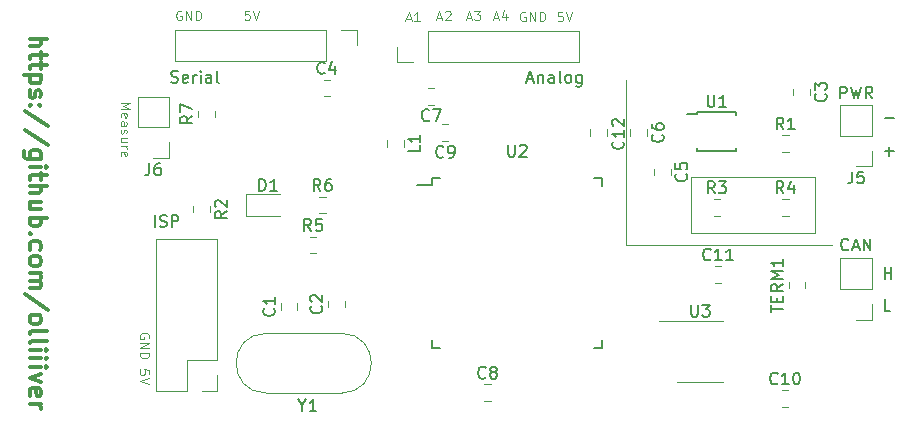
<source format=gbr>
G04 #@! TF.GenerationSoftware,KiCad,Pcbnew,(5.1.5-0-10_14)*
G04 #@! TF.CreationDate,2020-05-10T22:12:37+02:00*
G04 #@! TF.ProjectId,sensor,73656e73-6f72-42e6-9b69-6361645f7063,rev?*
G04 #@! TF.SameCoordinates,Original*
G04 #@! TF.FileFunction,Legend,Top*
G04 #@! TF.FilePolarity,Positive*
%FSLAX46Y46*%
G04 Gerber Fmt 4.6, Leading zero omitted, Abs format (unit mm)*
G04 Created by KiCad (PCBNEW (5.1.5-0-10_14)) date 2020-05-10 22:12:37*
%MOMM*%
%LPD*%
G04 APERTURE LIST*
%ADD10C,0.120000*%
%ADD11C,0.300000*%
%ADD12C,0.100000*%
%ADD13C,0.150000*%
G04 APERTURE END LIST*
D10*
X89500000Y-37000000D02*
X89500000Y-37500000D01*
X89500000Y-51000000D02*
X89500000Y-37000000D01*
X107000000Y-51000000D02*
X89500000Y-51000000D01*
D11*
X39021428Y-33528571D02*
X40521428Y-33528571D01*
X39021428Y-34171428D02*
X39807142Y-34171428D01*
X39950000Y-34100000D01*
X40021428Y-33957142D01*
X40021428Y-33742857D01*
X39950000Y-33600000D01*
X39878571Y-33528571D01*
X40021428Y-34671428D02*
X40021428Y-35242857D01*
X40521428Y-34885714D02*
X39235714Y-34885714D01*
X39092857Y-34957142D01*
X39021428Y-35100000D01*
X39021428Y-35242857D01*
X40021428Y-35528571D02*
X40021428Y-36100000D01*
X40521428Y-35742857D02*
X39235714Y-35742857D01*
X39092857Y-35814285D01*
X39021428Y-35957142D01*
X39021428Y-36100000D01*
X40021428Y-36600000D02*
X38521428Y-36600000D01*
X39950000Y-36600000D02*
X40021428Y-36742857D01*
X40021428Y-37028571D01*
X39950000Y-37171428D01*
X39878571Y-37242857D01*
X39735714Y-37314285D01*
X39307142Y-37314285D01*
X39164285Y-37242857D01*
X39092857Y-37171428D01*
X39021428Y-37028571D01*
X39021428Y-36742857D01*
X39092857Y-36600000D01*
X39092857Y-37885714D02*
X39021428Y-38028571D01*
X39021428Y-38314285D01*
X39092857Y-38457142D01*
X39235714Y-38528571D01*
X39307142Y-38528571D01*
X39450000Y-38457142D01*
X39521428Y-38314285D01*
X39521428Y-38100000D01*
X39592857Y-37957142D01*
X39735714Y-37885714D01*
X39807142Y-37885714D01*
X39950000Y-37957142D01*
X40021428Y-38100000D01*
X40021428Y-38314285D01*
X39950000Y-38457142D01*
X39164285Y-39171428D02*
X39092857Y-39242857D01*
X39021428Y-39171428D01*
X39092857Y-39100000D01*
X39164285Y-39171428D01*
X39021428Y-39171428D01*
X39950000Y-39171428D02*
X39878571Y-39242857D01*
X39807142Y-39171428D01*
X39878571Y-39100000D01*
X39950000Y-39171428D01*
X39807142Y-39171428D01*
X40592857Y-40957142D02*
X38664285Y-39671428D01*
X40592857Y-42528571D02*
X38664285Y-41242857D01*
X40021428Y-43671428D02*
X38807142Y-43671428D01*
X38664285Y-43600000D01*
X38592857Y-43528571D01*
X38521428Y-43385714D01*
X38521428Y-43171428D01*
X38592857Y-43028571D01*
X39092857Y-43671428D02*
X39021428Y-43528571D01*
X39021428Y-43242857D01*
X39092857Y-43100000D01*
X39164285Y-43028571D01*
X39307142Y-42957142D01*
X39735714Y-42957142D01*
X39878571Y-43028571D01*
X39950000Y-43100000D01*
X40021428Y-43242857D01*
X40021428Y-43528571D01*
X39950000Y-43671428D01*
X39021428Y-44385714D02*
X40021428Y-44385714D01*
X40521428Y-44385714D02*
X40450000Y-44314285D01*
X40378571Y-44385714D01*
X40450000Y-44457142D01*
X40521428Y-44385714D01*
X40378571Y-44385714D01*
X40021428Y-44885714D02*
X40021428Y-45457142D01*
X40521428Y-45099999D02*
X39235714Y-45099999D01*
X39092857Y-45171428D01*
X39021428Y-45314285D01*
X39021428Y-45457142D01*
X39021428Y-45957142D02*
X40521428Y-45957142D01*
X39021428Y-46599999D02*
X39807142Y-46599999D01*
X39950000Y-46528571D01*
X40021428Y-46385714D01*
X40021428Y-46171428D01*
X39950000Y-46028571D01*
X39878571Y-45957142D01*
X40021428Y-47957142D02*
X39021428Y-47957142D01*
X40021428Y-47314285D02*
X39235714Y-47314285D01*
X39092857Y-47385714D01*
X39021428Y-47528571D01*
X39021428Y-47742857D01*
X39092857Y-47885714D01*
X39164285Y-47957142D01*
X39021428Y-48671428D02*
X40521428Y-48671428D01*
X39950000Y-48671428D02*
X40021428Y-48814285D01*
X40021428Y-49099999D01*
X39950000Y-49242857D01*
X39878571Y-49314285D01*
X39735714Y-49385714D01*
X39307142Y-49385714D01*
X39164285Y-49314285D01*
X39092857Y-49242857D01*
X39021428Y-49099999D01*
X39021428Y-48814285D01*
X39092857Y-48671428D01*
X39164285Y-50028571D02*
X39092857Y-50099999D01*
X39021428Y-50028571D01*
X39092857Y-49957142D01*
X39164285Y-50028571D01*
X39021428Y-50028571D01*
X39092857Y-51385714D02*
X39021428Y-51242857D01*
X39021428Y-50957142D01*
X39092857Y-50814285D01*
X39164285Y-50742857D01*
X39307142Y-50671428D01*
X39735714Y-50671428D01*
X39878571Y-50742857D01*
X39950000Y-50814285D01*
X40021428Y-50957142D01*
X40021428Y-51242857D01*
X39950000Y-51385714D01*
X39021428Y-52242857D02*
X39092857Y-52099999D01*
X39164285Y-52028571D01*
X39307142Y-51957142D01*
X39735714Y-51957142D01*
X39878571Y-52028571D01*
X39950000Y-52099999D01*
X40021428Y-52242857D01*
X40021428Y-52457142D01*
X39950000Y-52599999D01*
X39878571Y-52671428D01*
X39735714Y-52742857D01*
X39307142Y-52742857D01*
X39164285Y-52671428D01*
X39092857Y-52599999D01*
X39021428Y-52457142D01*
X39021428Y-52242857D01*
X39021428Y-53385714D02*
X40021428Y-53385714D01*
X39878571Y-53385714D02*
X39950000Y-53457142D01*
X40021428Y-53599999D01*
X40021428Y-53814285D01*
X39950000Y-53957142D01*
X39807142Y-54028571D01*
X39021428Y-54028571D01*
X39807142Y-54028571D02*
X39950000Y-54099999D01*
X40021428Y-54242857D01*
X40021428Y-54457142D01*
X39950000Y-54599999D01*
X39807142Y-54671428D01*
X39021428Y-54671428D01*
X40592857Y-56457142D02*
X38664285Y-55171428D01*
X39021428Y-57171428D02*
X39092857Y-57028571D01*
X39164285Y-56957142D01*
X39307142Y-56885714D01*
X39735714Y-56885714D01*
X39878571Y-56957142D01*
X39950000Y-57028571D01*
X40021428Y-57171428D01*
X40021428Y-57385714D01*
X39950000Y-57528571D01*
X39878571Y-57599999D01*
X39735714Y-57671428D01*
X39307142Y-57671428D01*
X39164285Y-57599999D01*
X39092857Y-57528571D01*
X39021428Y-57385714D01*
X39021428Y-57171428D01*
X39021428Y-58528571D02*
X39092857Y-58385714D01*
X39235714Y-58314285D01*
X40521428Y-58314285D01*
X39021428Y-59314285D02*
X39092857Y-59171428D01*
X39235714Y-59100000D01*
X40521428Y-59100000D01*
X39021428Y-59885714D02*
X40021428Y-59885714D01*
X40521428Y-59885714D02*
X40450000Y-59814285D01*
X40378571Y-59885714D01*
X40450000Y-59957142D01*
X40521428Y-59885714D01*
X40378571Y-59885714D01*
X39021428Y-60600000D02*
X40021428Y-60600000D01*
X40521428Y-60600000D02*
X40450000Y-60528571D01*
X40378571Y-60600000D01*
X40450000Y-60671428D01*
X40521428Y-60600000D01*
X40378571Y-60600000D01*
X39021428Y-61314285D02*
X40021428Y-61314285D01*
X40521428Y-61314285D02*
X40450000Y-61242857D01*
X40378571Y-61314285D01*
X40450000Y-61385714D01*
X40521428Y-61314285D01*
X40378571Y-61314285D01*
X40021428Y-61885714D02*
X39021428Y-62242857D01*
X40021428Y-62599999D01*
X39092857Y-63742857D02*
X39021428Y-63599999D01*
X39021428Y-63314285D01*
X39092857Y-63171428D01*
X39235714Y-63099999D01*
X39807142Y-63099999D01*
X39950000Y-63171428D01*
X40021428Y-63314285D01*
X40021428Y-63599999D01*
X39950000Y-63742857D01*
X39807142Y-63814285D01*
X39664285Y-63814285D01*
X39521428Y-63099999D01*
X39021428Y-64457142D02*
X40021428Y-64457142D01*
X39735714Y-64457142D02*
X39878571Y-64528571D01*
X39950000Y-64599999D01*
X40021428Y-64742857D01*
X40021428Y-64885714D01*
D12*
X49138095Y-61947619D02*
X49138095Y-61566666D01*
X48757142Y-61528571D01*
X48795238Y-61566666D01*
X48833333Y-61642857D01*
X48833333Y-61833333D01*
X48795238Y-61909523D01*
X48757142Y-61947619D01*
X48680952Y-61985714D01*
X48490476Y-61985714D01*
X48414285Y-61947619D01*
X48376190Y-61909523D01*
X48338095Y-61833333D01*
X48338095Y-61642857D01*
X48376190Y-61566666D01*
X48414285Y-61528571D01*
X49138095Y-62214285D02*
X48338095Y-62480952D01*
X49138095Y-62747619D01*
X49100000Y-58890476D02*
X49138095Y-58814285D01*
X49138095Y-58700000D01*
X49100000Y-58585714D01*
X49023809Y-58509523D01*
X48947619Y-58471428D01*
X48795238Y-58433333D01*
X48680952Y-58433333D01*
X48528571Y-58471428D01*
X48452380Y-58509523D01*
X48376190Y-58585714D01*
X48338095Y-58700000D01*
X48338095Y-58776190D01*
X48376190Y-58890476D01*
X48414285Y-58928571D01*
X48680952Y-58928571D01*
X48680952Y-58776190D01*
X48338095Y-59271428D02*
X49138095Y-59271428D01*
X48338095Y-59728571D01*
X49138095Y-59728571D01*
X48338095Y-60109523D02*
X49138095Y-60109523D01*
X49138095Y-60300000D01*
X49100000Y-60414285D01*
X49023809Y-60490476D01*
X48947619Y-60528571D01*
X48795238Y-60566666D01*
X48680952Y-60566666D01*
X48528571Y-60528571D01*
X48452380Y-60490476D01*
X48376190Y-60414285D01*
X48338095Y-60300000D01*
X48338095Y-60109523D01*
X46738095Y-38952380D02*
X47538095Y-38952380D01*
X46966666Y-39219047D01*
X47538095Y-39485714D01*
X46738095Y-39485714D01*
X46776190Y-40171428D02*
X46738095Y-40095238D01*
X46738095Y-39942857D01*
X46776190Y-39866666D01*
X46852380Y-39828571D01*
X47157142Y-39828571D01*
X47233333Y-39866666D01*
X47271428Y-39942857D01*
X47271428Y-40095238D01*
X47233333Y-40171428D01*
X47157142Y-40209523D01*
X47080952Y-40209523D01*
X47004761Y-39828571D01*
X46738095Y-40895238D02*
X47157142Y-40895238D01*
X47233333Y-40857142D01*
X47271428Y-40780952D01*
X47271428Y-40628571D01*
X47233333Y-40552380D01*
X46776190Y-40895238D02*
X46738095Y-40819047D01*
X46738095Y-40628571D01*
X46776190Y-40552380D01*
X46852380Y-40514285D01*
X46928571Y-40514285D01*
X47004761Y-40552380D01*
X47042857Y-40628571D01*
X47042857Y-40819047D01*
X47080952Y-40895238D01*
X46776190Y-41238095D02*
X46738095Y-41314285D01*
X46738095Y-41466666D01*
X46776190Y-41542857D01*
X46852380Y-41580952D01*
X46890476Y-41580952D01*
X46966666Y-41542857D01*
X47004761Y-41466666D01*
X47004761Y-41352380D01*
X47042857Y-41276190D01*
X47119047Y-41238095D01*
X47157142Y-41238095D01*
X47233333Y-41276190D01*
X47271428Y-41352380D01*
X47271428Y-41466666D01*
X47233333Y-41542857D01*
X47271428Y-42266666D02*
X46738095Y-42266666D01*
X47271428Y-41923809D02*
X46852380Y-41923809D01*
X46776190Y-41961904D01*
X46738095Y-42038095D01*
X46738095Y-42152380D01*
X46776190Y-42228571D01*
X46814285Y-42266666D01*
X46738095Y-42647619D02*
X47271428Y-42647619D01*
X47119047Y-42647619D02*
X47195238Y-42685714D01*
X47233333Y-42723809D01*
X47271428Y-42800000D01*
X47271428Y-42876190D01*
X46776190Y-43447619D02*
X46738095Y-43371428D01*
X46738095Y-43219047D01*
X46776190Y-43142857D01*
X46852380Y-43104761D01*
X47157142Y-43104761D01*
X47233333Y-43142857D01*
X47271428Y-43219047D01*
X47271428Y-43371428D01*
X47233333Y-43447619D01*
X47157142Y-43485714D01*
X47080952Y-43485714D01*
X47004761Y-43104761D01*
X78328571Y-31733333D02*
X78709523Y-31733333D01*
X78252380Y-31961904D02*
X78519047Y-31161904D01*
X78785714Y-31961904D01*
X79395238Y-31428571D02*
X79395238Y-31961904D01*
X79204761Y-31123809D02*
X79014285Y-31695238D01*
X79509523Y-31695238D01*
X76028571Y-31733333D02*
X76409523Y-31733333D01*
X75952380Y-31961904D02*
X76219047Y-31161904D01*
X76485714Y-31961904D01*
X76676190Y-31161904D02*
X77171428Y-31161904D01*
X76904761Y-31466666D01*
X77019047Y-31466666D01*
X77095238Y-31504761D01*
X77133333Y-31542857D01*
X77171428Y-31619047D01*
X77171428Y-31809523D01*
X77133333Y-31885714D01*
X77095238Y-31923809D01*
X77019047Y-31961904D01*
X76790476Y-31961904D01*
X76714285Y-31923809D01*
X76676190Y-31885714D01*
X73528571Y-31733333D02*
X73909523Y-31733333D01*
X73452380Y-31961904D02*
X73719047Y-31161904D01*
X73985714Y-31961904D01*
X74214285Y-31238095D02*
X74252380Y-31200000D01*
X74328571Y-31161904D01*
X74519047Y-31161904D01*
X74595238Y-31200000D01*
X74633333Y-31238095D01*
X74671428Y-31314285D01*
X74671428Y-31390476D01*
X74633333Y-31504761D01*
X74176190Y-31961904D01*
X74671428Y-31961904D01*
X70928571Y-31833333D02*
X71309523Y-31833333D01*
X70852380Y-32061904D02*
X71119047Y-31261904D01*
X71385714Y-32061904D01*
X72071428Y-32061904D02*
X71614285Y-32061904D01*
X71842857Y-32061904D02*
X71842857Y-31261904D01*
X71766666Y-31376190D01*
X71690476Y-31452380D01*
X71614285Y-31490476D01*
X80990476Y-31300000D02*
X80914285Y-31261904D01*
X80800000Y-31261904D01*
X80685714Y-31300000D01*
X80609523Y-31376190D01*
X80571428Y-31452380D01*
X80533333Y-31604761D01*
X80533333Y-31719047D01*
X80571428Y-31871428D01*
X80609523Y-31947619D01*
X80685714Y-32023809D01*
X80800000Y-32061904D01*
X80876190Y-32061904D01*
X80990476Y-32023809D01*
X81028571Y-31985714D01*
X81028571Y-31719047D01*
X80876190Y-31719047D01*
X81371428Y-32061904D02*
X81371428Y-31261904D01*
X81828571Y-32061904D01*
X81828571Y-31261904D01*
X82209523Y-32061904D02*
X82209523Y-31261904D01*
X82400000Y-31261904D01*
X82514285Y-31300000D01*
X82590476Y-31376190D01*
X82628571Y-31452380D01*
X82666666Y-31604761D01*
X82666666Y-31719047D01*
X82628571Y-31871428D01*
X82590476Y-31947619D01*
X82514285Y-32023809D01*
X82400000Y-32061904D01*
X82209523Y-32061904D01*
X84147619Y-31261904D02*
X83766666Y-31261904D01*
X83728571Y-31642857D01*
X83766666Y-31604761D01*
X83842857Y-31566666D01*
X84033333Y-31566666D01*
X84109523Y-31604761D01*
X84147619Y-31642857D01*
X84185714Y-31719047D01*
X84185714Y-31909523D01*
X84147619Y-31985714D01*
X84109523Y-32023809D01*
X84033333Y-32061904D01*
X83842857Y-32061904D01*
X83766666Y-32023809D01*
X83728571Y-31985714D01*
X84414285Y-31261904D02*
X84680952Y-32061904D01*
X84947619Y-31261904D01*
X57647619Y-31161904D02*
X57266666Y-31161904D01*
X57228571Y-31542857D01*
X57266666Y-31504761D01*
X57342857Y-31466666D01*
X57533333Y-31466666D01*
X57609523Y-31504761D01*
X57647619Y-31542857D01*
X57685714Y-31619047D01*
X57685714Y-31809523D01*
X57647619Y-31885714D01*
X57609523Y-31923809D01*
X57533333Y-31961904D01*
X57342857Y-31961904D01*
X57266666Y-31923809D01*
X57228571Y-31885714D01*
X57914285Y-31161904D02*
X58180952Y-31961904D01*
X58447619Y-31161904D01*
X51890476Y-31200000D02*
X51814285Y-31161904D01*
X51700000Y-31161904D01*
X51585714Y-31200000D01*
X51509523Y-31276190D01*
X51471428Y-31352380D01*
X51433333Y-31504761D01*
X51433333Y-31619047D01*
X51471428Y-31771428D01*
X51509523Y-31847619D01*
X51585714Y-31923809D01*
X51700000Y-31961904D01*
X51776190Y-31961904D01*
X51890476Y-31923809D01*
X51928571Y-31885714D01*
X51928571Y-31619047D01*
X51776190Y-31619047D01*
X52271428Y-31961904D02*
X52271428Y-31161904D01*
X52728571Y-31961904D01*
X52728571Y-31161904D01*
X53109523Y-31961904D02*
X53109523Y-31161904D01*
X53300000Y-31161904D01*
X53414285Y-31200000D01*
X53490476Y-31276190D01*
X53528571Y-31352380D01*
X53566666Y-31504761D01*
X53566666Y-31619047D01*
X53528571Y-31771428D01*
X53490476Y-31847619D01*
X53414285Y-31923809D01*
X53300000Y-31961904D01*
X53109523Y-31961904D01*
D10*
X105500000Y-50000000D02*
X105500000Y-45250000D01*
X95000000Y-50000000D02*
X105500000Y-50000000D01*
X95000000Y-45250000D02*
X95000000Y-50000000D01*
X105500000Y-45250000D02*
X95000000Y-45250000D01*
D13*
X111909523Y-56552380D02*
X111433333Y-56552380D01*
X111433333Y-55552380D01*
X111414285Y-53852380D02*
X111414285Y-52852380D01*
X111414285Y-53328571D02*
X111985714Y-53328571D01*
X111985714Y-53852380D02*
X111985714Y-52852380D01*
X111419047Y-40271428D02*
X112180952Y-40271428D01*
X111419047Y-43071428D02*
X112180952Y-43071428D01*
X111800000Y-43452380D02*
X111800000Y-42690476D01*
D10*
X87910000Y-41736252D02*
X87910000Y-41213748D01*
X86490000Y-41736252D02*
X86490000Y-41213748D01*
X54710000Y-40161252D02*
X54710000Y-39638748D01*
X53290000Y-40161252D02*
X53290000Y-39638748D01*
X50830000Y-43630000D02*
X49500000Y-43630000D01*
X50830000Y-42300000D02*
X50830000Y-43630000D01*
X50830000Y-41030000D02*
X48170000Y-41030000D01*
X48170000Y-41030000D02*
X48170000Y-38430000D01*
X50830000Y-41030000D02*
X50830000Y-38430000D01*
X50830000Y-38430000D02*
X48170000Y-38430000D01*
X65440000Y-63525000D02*
G75*
G03X65440000Y-58475000I0J2525000D01*
G01*
X59040000Y-63525000D02*
G75*
G02X59040000Y-58475000I0J2525000D01*
G01*
X59040000Y-63525000D02*
X65440000Y-63525000D01*
X59040000Y-58475000D02*
X65440000Y-58475000D01*
D13*
X73125000Y-45900000D02*
X71850000Y-45900000D01*
X87475000Y-45325000D02*
X86800000Y-45325000D01*
X87475000Y-59675000D02*
X86800000Y-59675000D01*
X73125000Y-59675000D02*
X73800000Y-59675000D01*
X73125000Y-45325000D02*
X73800000Y-45325000D01*
X73125000Y-59675000D02*
X73125000Y-59000000D01*
X87475000Y-59675000D02*
X87475000Y-59000000D01*
X87475000Y-45325000D02*
X87475000Y-46000000D01*
X73125000Y-45325000D02*
X73125000Y-45900000D01*
D10*
X95800000Y-57440000D02*
X92350000Y-57440000D01*
X95800000Y-57440000D02*
X97750000Y-57440000D01*
X95800000Y-62560000D02*
X93850000Y-62560000D01*
X95800000Y-62560000D02*
X97750000Y-62560000D01*
D13*
X95575000Y-39900000D02*
X94650000Y-39900000D01*
X95575000Y-43025000D02*
X98825000Y-43025000D01*
X95575000Y-39775000D02*
X98825000Y-39775000D01*
X95575000Y-43025000D02*
X95575000Y-42810000D01*
X98825000Y-43025000D02*
X98825000Y-42810000D01*
X98825000Y-39775000D02*
X98825000Y-39990000D01*
X95575000Y-39775000D02*
X95575000Y-39900000D01*
D10*
X104710000Y-54661252D02*
X104710000Y-54138748D01*
X103290000Y-54661252D02*
X103290000Y-54138748D01*
X63563748Y-48310000D02*
X64086252Y-48310000D01*
X63563748Y-46890000D02*
X64086252Y-46890000D01*
X62763748Y-51710000D02*
X63286252Y-51710000D01*
X62763748Y-50290000D02*
X63286252Y-50290000D01*
X102763748Y-48510000D02*
X103286252Y-48510000D01*
X102763748Y-47090000D02*
X103286252Y-47090000D01*
X96938748Y-48510000D02*
X97461252Y-48510000D01*
X96938748Y-47090000D02*
X97461252Y-47090000D01*
X52890000Y-47713748D02*
X52890000Y-48236252D01*
X54310000Y-47713748D02*
X54310000Y-48236252D01*
X102763748Y-43110000D02*
X103286252Y-43110000D01*
X102763748Y-41690000D02*
X103286252Y-41690000D01*
X69290000Y-42138748D02*
X69290000Y-42661252D01*
X70710000Y-42138748D02*
X70710000Y-42661252D01*
X110330000Y-44330000D02*
X109000000Y-44330000D01*
X110330000Y-43000000D02*
X110330000Y-44330000D01*
X110330000Y-41730000D02*
X107670000Y-41730000D01*
X107670000Y-41730000D02*
X107670000Y-39130000D01*
X110330000Y-41730000D02*
X110330000Y-39130000D01*
X110330000Y-39130000D02*
X107670000Y-39130000D01*
X110330000Y-57330000D02*
X109000000Y-57330000D01*
X110330000Y-56000000D02*
X110330000Y-57330000D01*
X110330000Y-54730000D02*
X107670000Y-54730000D01*
X107670000Y-54730000D02*
X107670000Y-52130000D01*
X110330000Y-54730000D02*
X110330000Y-52130000D01*
X110330000Y-52130000D02*
X107670000Y-52130000D01*
X70170000Y-35530000D02*
X70170000Y-34200000D01*
X71500000Y-35530000D02*
X70170000Y-35530000D01*
X72770000Y-35530000D02*
X72770000Y-32870000D01*
X72770000Y-32870000D02*
X85530000Y-32870000D01*
X72770000Y-35530000D02*
X85530000Y-35530000D01*
X85530000Y-35530000D02*
X85530000Y-32870000D01*
X54930000Y-63330000D02*
X53600000Y-63330000D01*
X54930000Y-62000000D02*
X54930000Y-63330000D01*
X52330000Y-63330000D02*
X49730000Y-63330000D01*
X52330000Y-60730000D02*
X52330000Y-63330000D01*
X54930000Y-60730000D02*
X52330000Y-60730000D01*
X49730000Y-63330000D02*
X49730000Y-50510000D01*
X54930000Y-60730000D02*
X54930000Y-50510000D01*
X54930000Y-50510000D02*
X49730000Y-50510000D01*
X66730000Y-32770000D02*
X66730000Y-34100000D01*
X65400000Y-32770000D02*
X66730000Y-32770000D01*
X64130000Y-32770000D02*
X64130000Y-35430000D01*
X64130000Y-35430000D02*
X51370000Y-35430000D01*
X64130000Y-32770000D02*
X51370000Y-32770000D01*
X51370000Y-32770000D02*
X51370000Y-35430000D01*
X57340000Y-48560000D02*
X60200000Y-48560000D01*
X57340000Y-46640000D02*
X57340000Y-48560000D01*
X60200000Y-46640000D02*
X57340000Y-46640000D01*
X97063748Y-54210000D02*
X97586252Y-54210000D01*
X97063748Y-52790000D02*
X97586252Y-52790000D01*
X102738748Y-64710000D02*
X103261252Y-64710000D01*
X102738748Y-63290000D02*
X103261252Y-63290000D01*
X74486252Y-40790000D02*
X73963748Y-40790000D01*
X74486252Y-42210000D02*
X73963748Y-42210000D01*
X77538748Y-64210000D02*
X78061252Y-64210000D01*
X77538748Y-62790000D02*
X78061252Y-62790000D01*
X73286252Y-37690000D02*
X72763748Y-37690000D01*
X73286252Y-39110000D02*
X72763748Y-39110000D01*
X89890000Y-41213748D02*
X89890000Y-41736252D01*
X91310000Y-41213748D02*
X91310000Y-41736252D01*
X91890000Y-44538748D02*
X91890000Y-45061252D01*
X93310000Y-44538748D02*
X93310000Y-45061252D01*
X63913748Y-38410000D02*
X64436252Y-38410000D01*
X63913748Y-36990000D02*
X64436252Y-36990000D01*
X103690000Y-37763748D02*
X103690000Y-38286252D01*
X105110000Y-37763748D02*
X105110000Y-38286252D01*
X65710000Y-56261252D02*
X65710000Y-55738748D01*
X64290000Y-56261252D02*
X64290000Y-55738748D01*
X61710000Y-56461252D02*
X61710000Y-55938748D01*
X60290000Y-56461252D02*
X60290000Y-55938748D01*
D13*
X89257142Y-42242857D02*
X89304761Y-42290476D01*
X89352380Y-42433333D01*
X89352380Y-42528571D01*
X89304761Y-42671428D01*
X89209523Y-42766666D01*
X89114285Y-42814285D01*
X88923809Y-42861904D01*
X88780952Y-42861904D01*
X88590476Y-42814285D01*
X88495238Y-42766666D01*
X88400000Y-42671428D01*
X88352380Y-42528571D01*
X88352380Y-42433333D01*
X88400000Y-42290476D01*
X88447619Y-42242857D01*
X89352380Y-41290476D02*
X89352380Y-41861904D01*
X89352380Y-41576190D02*
X88352380Y-41576190D01*
X88495238Y-41671428D01*
X88590476Y-41766666D01*
X88638095Y-41861904D01*
X88447619Y-40909523D02*
X88400000Y-40861904D01*
X88352380Y-40766666D01*
X88352380Y-40528571D01*
X88400000Y-40433333D01*
X88447619Y-40385714D01*
X88542857Y-40338095D01*
X88638095Y-40338095D01*
X88780952Y-40385714D01*
X89352380Y-40957142D01*
X89352380Y-40338095D01*
X52802380Y-40066666D02*
X52326190Y-40400000D01*
X52802380Y-40638095D02*
X51802380Y-40638095D01*
X51802380Y-40257142D01*
X51850000Y-40161904D01*
X51897619Y-40114285D01*
X51992857Y-40066666D01*
X52135714Y-40066666D01*
X52230952Y-40114285D01*
X52278571Y-40161904D01*
X52326190Y-40257142D01*
X52326190Y-40638095D01*
X51802380Y-39733333D02*
X51802380Y-39066666D01*
X52802380Y-39495238D01*
X49166666Y-44082380D02*
X49166666Y-44796666D01*
X49119047Y-44939523D01*
X49023809Y-45034761D01*
X48880952Y-45082380D01*
X48785714Y-45082380D01*
X50071428Y-44082380D02*
X49880952Y-44082380D01*
X49785714Y-44130000D01*
X49738095Y-44177619D01*
X49642857Y-44320476D01*
X49595238Y-44510952D01*
X49595238Y-44891904D01*
X49642857Y-44987142D01*
X49690476Y-45034761D01*
X49785714Y-45082380D01*
X49976190Y-45082380D01*
X50071428Y-45034761D01*
X50119047Y-44987142D01*
X50166666Y-44891904D01*
X50166666Y-44653809D01*
X50119047Y-44558571D01*
X50071428Y-44510952D01*
X49976190Y-44463333D01*
X49785714Y-44463333D01*
X49690476Y-44510952D01*
X49642857Y-44558571D01*
X49595238Y-44653809D01*
X62123809Y-64576190D02*
X62123809Y-65052380D01*
X61790476Y-64052380D02*
X62123809Y-64576190D01*
X62457142Y-64052380D01*
X63314285Y-65052380D02*
X62742857Y-65052380D01*
X63028571Y-65052380D02*
X63028571Y-64052380D01*
X62933333Y-64195238D01*
X62838095Y-64290476D01*
X62742857Y-64338095D01*
X79538095Y-42502380D02*
X79538095Y-43311904D01*
X79585714Y-43407142D01*
X79633333Y-43454761D01*
X79728571Y-43502380D01*
X79919047Y-43502380D01*
X80014285Y-43454761D01*
X80061904Y-43407142D01*
X80109523Y-43311904D01*
X80109523Y-42502380D01*
X80538095Y-42597619D02*
X80585714Y-42550000D01*
X80680952Y-42502380D01*
X80919047Y-42502380D01*
X81014285Y-42550000D01*
X81061904Y-42597619D01*
X81109523Y-42692857D01*
X81109523Y-42788095D01*
X81061904Y-42930952D01*
X80490476Y-43502380D01*
X81109523Y-43502380D01*
X95038095Y-56052380D02*
X95038095Y-56861904D01*
X95085714Y-56957142D01*
X95133333Y-57004761D01*
X95228571Y-57052380D01*
X95419047Y-57052380D01*
X95514285Y-57004761D01*
X95561904Y-56957142D01*
X95609523Y-56861904D01*
X95609523Y-56052380D01*
X95990476Y-56052380D02*
X96609523Y-56052380D01*
X96276190Y-56433333D01*
X96419047Y-56433333D01*
X96514285Y-56480952D01*
X96561904Y-56528571D01*
X96609523Y-56623809D01*
X96609523Y-56861904D01*
X96561904Y-56957142D01*
X96514285Y-57004761D01*
X96419047Y-57052380D01*
X96133333Y-57052380D01*
X96038095Y-57004761D01*
X95990476Y-56957142D01*
X96438095Y-38302380D02*
X96438095Y-39111904D01*
X96485714Y-39207142D01*
X96533333Y-39254761D01*
X96628571Y-39302380D01*
X96819047Y-39302380D01*
X96914285Y-39254761D01*
X96961904Y-39207142D01*
X97009523Y-39111904D01*
X97009523Y-38302380D01*
X98009523Y-39302380D02*
X97438095Y-39302380D01*
X97723809Y-39302380D02*
X97723809Y-38302380D01*
X97628571Y-38445238D01*
X97533333Y-38540476D01*
X97438095Y-38588095D01*
X101802380Y-56685714D02*
X101802380Y-56114285D01*
X102802380Y-56400000D02*
X101802380Y-56400000D01*
X102278571Y-55780952D02*
X102278571Y-55447619D01*
X102802380Y-55304761D02*
X102802380Y-55780952D01*
X101802380Y-55780952D01*
X101802380Y-55304761D01*
X102802380Y-54304761D02*
X102326190Y-54638095D01*
X102802380Y-54876190D02*
X101802380Y-54876190D01*
X101802380Y-54495238D01*
X101850000Y-54400000D01*
X101897619Y-54352380D01*
X101992857Y-54304761D01*
X102135714Y-54304761D01*
X102230952Y-54352380D01*
X102278571Y-54400000D01*
X102326190Y-54495238D01*
X102326190Y-54876190D01*
X102802380Y-53876190D02*
X101802380Y-53876190D01*
X102516666Y-53542857D01*
X101802380Y-53209523D01*
X102802380Y-53209523D01*
X102802380Y-52209523D02*
X102802380Y-52780952D01*
X102802380Y-52495238D02*
X101802380Y-52495238D01*
X101945238Y-52590476D01*
X102040476Y-52685714D01*
X102088095Y-52780952D01*
X63658333Y-46402380D02*
X63325000Y-45926190D01*
X63086904Y-46402380D02*
X63086904Y-45402380D01*
X63467857Y-45402380D01*
X63563095Y-45450000D01*
X63610714Y-45497619D01*
X63658333Y-45592857D01*
X63658333Y-45735714D01*
X63610714Y-45830952D01*
X63563095Y-45878571D01*
X63467857Y-45926190D01*
X63086904Y-45926190D01*
X64515476Y-45402380D02*
X64325000Y-45402380D01*
X64229761Y-45450000D01*
X64182142Y-45497619D01*
X64086904Y-45640476D01*
X64039285Y-45830952D01*
X64039285Y-46211904D01*
X64086904Y-46307142D01*
X64134523Y-46354761D01*
X64229761Y-46402380D01*
X64420238Y-46402380D01*
X64515476Y-46354761D01*
X64563095Y-46307142D01*
X64610714Y-46211904D01*
X64610714Y-45973809D01*
X64563095Y-45878571D01*
X64515476Y-45830952D01*
X64420238Y-45783333D01*
X64229761Y-45783333D01*
X64134523Y-45830952D01*
X64086904Y-45878571D01*
X64039285Y-45973809D01*
X62858333Y-49802380D02*
X62525000Y-49326190D01*
X62286904Y-49802380D02*
X62286904Y-48802380D01*
X62667857Y-48802380D01*
X62763095Y-48850000D01*
X62810714Y-48897619D01*
X62858333Y-48992857D01*
X62858333Y-49135714D01*
X62810714Y-49230952D01*
X62763095Y-49278571D01*
X62667857Y-49326190D01*
X62286904Y-49326190D01*
X63763095Y-48802380D02*
X63286904Y-48802380D01*
X63239285Y-49278571D01*
X63286904Y-49230952D01*
X63382142Y-49183333D01*
X63620238Y-49183333D01*
X63715476Y-49230952D01*
X63763095Y-49278571D01*
X63810714Y-49373809D01*
X63810714Y-49611904D01*
X63763095Y-49707142D01*
X63715476Y-49754761D01*
X63620238Y-49802380D01*
X63382142Y-49802380D01*
X63286904Y-49754761D01*
X63239285Y-49707142D01*
X102858333Y-46602380D02*
X102525000Y-46126190D01*
X102286904Y-46602380D02*
X102286904Y-45602380D01*
X102667857Y-45602380D01*
X102763095Y-45650000D01*
X102810714Y-45697619D01*
X102858333Y-45792857D01*
X102858333Y-45935714D01*
X102810714Y-46030952D01*
X102763095Y-46078571D01*
X102667857Y-46126190D01*
X102286904Y-46126190D01*
X103715476Y-45935714D02*
X103715476Y-46602380D01*
X103477380Y-45554761D02*
X103239285Y-46269047D01*
X103858333Y-46269047D01*
X97033333Y-46602380D02*
X96700000Y-46126190D01*
X96461904Y-46602380D02*
X96461904Y-45602380D01*
X96842857Y-45602380D01*
X96938095Y-45650000D01*
X96985714Y-45697619D01*
X97033333Y-45792857D01*
X97033333Y-45935714D01*
X96985714Y-46030952D01*
X96938095Y-46078571D01*
X96842857Y-46126190D01*
X96461904Y-46126190D01*
X97366666Y-45602380D02*
X97985714Y-45602380D01*
X97652380Y-45983333D01*
X97795238Y-45983333D01*
X97890476Y-46030952D01*
X97938095Y-46078571D01*
X97985714Y-46173809D01*
X97985714Y-46411904D01*
X97938095Y-46507142D01*
X97890476Y-46554761D01*
X97795238Y-46602380D01*
X97509523Y-46602380D01*
X97414285Y-46554761D01*
X97366666Y-46507142D01*
X55702380Y-48141666D02*
X55226190Y-48475000D01*
X55702380Y-48713095D02*
X54702380Y-48713095D01*
X54702380Y-48332142D01*
X54750000Y-48236904D01*
X54797619Y-48189285D01*
X54892857Y-48141666D01*
X55035714Y-48141666D01*
X55130952Y-48189285D01*
X55178571Y-48236904D01*
X55226190Y-48332142D01*
X55226190Y-48713095D01*
X54797619Y-47760714D02*
X54750000Y-47713095D01*
X54702380Y-47617857D01*
X54702380Y-47379761D01*
X54750000Y-47284523D01*
X54797619Y-47236904D01*
X54892857Y-47189285D01*
X54988095Y-47189285D01*
X55130952Y-47236904D01*
X55702380Y-47808333D01*
X55702380Y-47189285D01*
X102858333Y-41202380D02*
X102525000Y-40726190D01*
X102286904Y-41202380D02*
X102286904Y-40202380D01*
X102667857Y-40202380D01*
X102763095Y-40250000D01*
X102810714Y-40297619D01*
X102858333Y-40392857D01*
X102858333Y-40535714D01*
X102810714Y-40630952D01*
X102763095Y-40678571D01*
X102667857Y-40726190D01*
X102286904Y-40726190D01*
X103810714Y-41202380D02*
X103239285Y-41202380D01*
X103525000Y-41202380D02*
X103525000Y-40202380D01*
X103429761Y-40345238D01*
X103334523Y-40440476D01*
X103239285Y-40488095D01*
X72102380Y-42566666D02*
X72102380Y-43042857D01*
X71102380Y-43042857D01*
X72102380Y-41709523D02*
X72102380Y-42280952D01*
X72102380Y-41995238D02*
X71102380Y-41995238D01*
X71245238Y-42090476D01*
X71340476Y-42185714D01*
X71388095Y-42280952D01*
X108666666Y-44782380D02*
X108666666Y-45496666D01*
X108619047Y-45639523D01*
X108523809Y-45734761D01*
X108380952Y-45782380D01*
X108285714Y-45782380D01*
X109619047Y-44782380D02*
X109142857Y-44782380D01*
X109095238Y-45258571D01*
X109142857Y-45210952D01*
X109238095Y-45163333D01*
X109476190Y-45163333D01*
X109571428Y-45210952D01*
X109619047Y-45258571D01*
X109666666Y-45353809D01*
X109666666Y-45591904D01*
X109619047Y-45687142D01*
X109571428Y-45734761D01*
X109476190Y-45782380D01*
X109238095Y-45782380D01*
X109142857Y-45734761D01*
X109095238Y-45687142D01*
X107666666Y-38582380D02*
X107666666Y-37582380D01*
X108047619Y-37582380D01*
X108142857Y-37630000D01*
X108190476Y-37677619D01*
X108238095Y-37772857D01*
X108238095Y-37915714D01*
X108190476Y-38010952D01*
X108142857Y-38058571D01*
X108047619Y-38106190D01*
X107666666Y-38106190D01*
X108571428Y-37582380D02*
X108809523Y-38582380D01*
X109000000Y-37868095D01*
X109190476Y-38582380D01*
X109428571Y-37582380D01*
X110380952Y-38582380D02*
X110047619Y-38106190D01*
X109809523Y-38582380D02*
X109809523Y-37582380D01*
X110190476Y-37582380D01*
X110285714Y-37630000D01*
X110333333Y-37677619D01*
X110380952Y-37772857D01*
X110380952Y-37915714D01*
X110333333Y-38010952D01*
X110285714Y-38058571D01*
X110190476Y-38106190D01*
X109809523Y-38106190D01*
X108357142Y-51357142D02*
X108309523Y-51404761D01*
X108166666Y-51452380D01*
X108071428Y-51452380D01*
X107928571Y-51404761D01*
X107833333Y-51309523D01*
X107785714Y-51214285D01*
X107738095Y-51023809D01*
X107738095Y-50880952D01*
X107785714Y-50690476D01*
X107833333Y-50595238D01*
X107928571Y-50500000D01*
X108071428Y-50452380D01*
X108166666Y-50452380D01*
X108309523Y-50500000D01*
X108357142Y-50547619D01*
X108738095Y-51166666D02*
X109214285Y-51166666D01*
X108642857Y-51452380D02*
X108976190Y-50452380D01*
X109309523Y-51452380D01*
X109642857Y-51452380D02*
X109642857Y-50452380D01*
X110214285Y-51452380D01*
X110214285Y-50452380D01*
X81190476Y-36966666D02*
X81666666Y-36966666D01*
X81095238Y-37252380D02*
X81428571Y-36252380D01*
X81761904Y-37252380D01*
X82095238Y-36585714D02*
X82095238Y-37252380D01*
X82095238Y-36680952D02*
X82142857Y-36633333D01*
X82238095Y-36585714D01*
X82380952Y-36585714D01*
X82476190Y-36633333D01*
X82523809Y-36728571D01*
X82523809Y-37252380D01*
X83428571Y-37252380D02*
X83428571Y-36728571D01*
X83380952Y-36633333D01*
X83285714Y-36585714D01*
X83095238Y-36585714D01*
X83000000Y-36633333D01*
X83428571Y-37204761D02*
X83333333Y-37252380D01*
X83095238Y-37252380D01*
X83000000Y-37204761D01*
X82952380Y-37109523D01*
X82952380Y-37014285D01*
X83000000Y-36919047D01*
X83095238Y-36871428D01*
X83333333Y-36871428D01*
X83428571Y-36823809D01*
X84047619Y-37252380D02*
X83952380Y-37204761D01*
X83904761Y-37109523D01*
X83904761Y-36252380D01*
X84571428Y-37252380D02*
X84476190Y-37204761D01*
X84428571Y-37157142D01*
X84380952Y-37061904D01*
X84380952Y-36776190D01*
X84428571Y-36680952D01*
X84476190Y-36633333D01*
X84571428Y-36585714D01*
X84714285Y-36585714D01*
X84809523Y-36633333D01*
X84857142Y-36680952D01*
X84904761Y-36776190D01*
X84904761Y-37061904D01*
X84857142Y-37157142D01*
X84809523Y-37204761D01*
X84714285Y-37252380D01*
X84571428Y-37252380D01*
X85761904Y-36585714D02*
X85761904Y-37395238D01*
X85714285Y-37490476D01*
X85666666Y-37538095D01*
X85571428Y-37585714D01*
X85428571Y-37585714D01*
X85333333Y-37538095D01*
X85761904Y-37204761D02*
X85666666Y-37252380D01*
X85476190Y-37252380D01*
X85380952Y-37204761D01*
X85333333Y-37157142D01*
X85285714Y-37061904D01*
X85285714Y-36776190D01*
X85333333Y-36680952D01*
X85380952Y-36633333D01*
X85476190Y-36585714D01*
X85666666Y-36585714D01*
X85761904Y-36633333D01*
X49623809Y-49452380D02*
X49623809Y-48452380D01*
X50052380Y-49404761D02*
X50195238Y-49452380D01*
X50433333Y-49452380D01*
X50528571Y-49404761D01*
X50576190Y-49357142D01*
X50623809Y-49261904D01*
X50623809Y-49166666D01*
X50576190Y-49071428D01*
X50528571Y-49023809D01*
X50433333Y-48976190D01*
X50242857Y-48928571D01*
X50147619Y-48880952D01*
X50100000Y-48833333D01*
X50052380Y-48738095D01*
X50052380Y-48642857D01*
X50100000Y-48547619D01*
X50147619Y-48500000D01*
X50242857Y-48452380D01*
X50480952Y-48452380D01*
X50623809Y-48500000D01*
X51052380Y-49452380D02*
X51052380Y-48452380D01*
X51433333Y-48452380D01*
X51528571Y-48500000D01*
X51576190Y-48547619D01*
X51623809Y-48642857D01*
X51623809Y-48785714D01*
X51576190Y-48880952D01*
X51528571Y-48928571D01*
X51433333Y-48976190D01*
X51052380Y-48976190D01*
X51023809Y-37204761D02*
X51166666Y-37252380D01*
X51404761Y-37252380D01*
X51500000Y-37204761D01*
X51547619Y-37157142D01*
X51595238Y-37061904D01*
X51595238Y-36966666D01*
X51547619Y-36871428D01*
X51500000Y-36823809D01*
X51404761Y-36776190D01*
X51214285Y-36728571D01*
X51119047Y-36680952D01*
X51071428Y-36633333D01*
X51023809Y-36538095D01*
X51023809Y-36442857D01*
X51071428Y-36347619D01*
X51119047Y-36300000D01*
X51214285Y-36252380D01*
X51452380Y-36252380D01*
X51595238Y-36300000D01*
X52404761Y-37204761D02*
X52309523Y-37252380D01*
X52119047Y-37252380D01*
X52023809Y-37204761D01*
X51976190Y-37109523D01*
X51976190Y-36728571D01*
X52023809Y-36633333D01*
X52119047Y-36585714D01*
X52309523Y-36585714D01*
X52404761Y-36633333D01*
X52452380Y-36728571D01*
X52452380Y-36823809D01*
X51976190Y-36919047D01*
X52880952Y-37252380D02*
X52880952Y-36585714D01*
X52880952Y-36776190D02*
X52928571Y-36680952D01*
X52976190Y-36633333D01*
X53071428Y-36585714D01*
X53166666Y-36585714D01*
X53500000Y-37252380D02*
X53500000Y-36585714D01*
X53500000Y-36252380D02*
X53452380Y-36300000D01*
X53500000Y-36347619D01*
X53547619Y-36300000D01*
X53500000Y-36252380D01*
X53500000Y-36347619D01*
X54404761Y-37252380D02*
X54404761Y-36728571D01*
X54357142Y-36633333D01*
X54261904Y-36585714D01*
X54071428Y-36585714D01*
X53976190Y-36633333D01*
X54404761Y-37204761D02*
X54309523Y-37252380D01*
X54071428Y-37252380D01*
X53976190Y-37204761D01*
X53928571Y-37109523D01*
X53928571Y-37014285D01*
X53976190Y-36919047D01*
X54071428Y-36871428D01*
X54309523Y-36871428D01*
X54404761Y-36823809D01*
X55023809Y-37252380D02*
X54928571Y-37204761D01*
X54880952Y-37109523D01*
X54880952Y-36252380D01*
X58461904Y-46402380D02*
X58461904Y-45402380D01*
X58700000Y-45402380D01*
X58842857Y-45450000D01*
X58938095Y-45545238D01*
X58985714Y-45640476D01*
X59033333Y-45830952D01*
X59033333Y-45973809D01*
X58985714Y-46164285D01*
X58938095Y-46259523D01*
X58842857Y-46354761D01*
X58700000Y-46402380D01*
X58461904Y-46402380D01*
X59985714Y-46402380D02*
X59414285Y-46402380D01*
X59700000Y-46402380D02*
X59700000Y-45402380D01*
X59604761Y-45545238D01*
X59509523Y-45640476D01*
X59414285Y-45688095D01*
X96682142Y-52207142D02*
X96634523Y-52254761D01*
X96491666Y-52302380D01*
X96396428Y-52302380D01*
X96253571Y-52254761D01*
X96158333Y-52159523D01*
X96110714Y-52064285D01*
X96063095Y-51873809D01*
X96063095Y-51730952D01*
X96110714Y-51540476D01*
X96158333Y-51445238D01*
X96253571Y-51350000D01*
X96396428Y-51302380D01*
X96491666Y-51302380D01*
X96634523Y-51350000D01*
X96682142Y-51397619D01*
X97634523Y-52302380D02*
X97063095Y-52302380D01*
X97348809Y-52302380D02*
X97348809Y-51302380D01*
X97253571Y-51445238D01*
X97158333Y-51540476D01*
X97063095Y-51588095D01*
X98586904Y-52302380D02*
X98015476Y-52302380D01*
X98301190Y-52302380D02*
X98301190Y-51302380D01*
X98205952Y-51445238D01*
X98110714Y-51540476D01*
X98015476Y-51588095D01*
X102357142Y-62707142D02*
X102309523Y-62754761D01*
X102166666Y-62802380D01*
X102071428Y-62802380D01*
X101928571Y-62754761D01*
X101833333Y-62659523D01*
X101785714Y-62564285D01*
X101738095Y-62373809D01*
X101738095Y-62230952D01*
X101785714Y-62040476D01*
X101833333Y-61945238D01*
X101928571Y-61850000D01*
X102071428Y-61802380D01*
X102166666Y-61802380D01*
X102309523Y-61850000D01*
X102357142Y-61897619D01*
X103309523Y-62802380D02*
X102738095Y-62802380D01*
X103023809Y-62802380D02*
X103023809Y-61802380D01*
X102928571Y-61945238D01*
X102833333Y-62040476D01*
X102738095Y-62088095D01*
X103928571Y-61802380D02*
X104023809Y-61802380D01*
X104119047Y-61850000D01*
X104166666Y-61897619D01*
X104214285Y-61992857D01*
X104261904Y-62183333D01*
X104261904Y-62421428D01*
X104214285Y-62611904D01*
X104166666Y-62707142D01*
X104119047Y-62754761D01*
X104023809Y-62802380D01*
X103928571Y-62802380D01*
X103833333Y-62754761D01*
X103785714Y-62707142D01*
X103738095Y-62611904D01*
X103690476Y-62421428D01*
X103690476Y-62183333D01*
X103738095Y-61992857D01*
X103785714Y-61897619D01*
X103833333Y-61850000D01*
X103928571Y-61802380D01*
X74058333Y-43507142D02*
X74010714Y-43554761D01*
X73867857Y-43602380D01*
X73772619Y-43602380D01*
X73629761Y-43554761D01*
X73534523Y-43459523D01*
X73486904Y-43364285D01*
X73439285Y-43173809D01*
X73439285Y-43030952D01*
X73486904Y-42840476D01*
X73534523Y-42745238D01*
X73629761Y-42650000D01*
X73772619Y-42602380D01*
X73867857Y-42602380D01*
X74010714Y-42650000D01*
X74058333Y-42697619D01*
X74534523Y-43602380D02*
X74725000Y-43602380D01*
X74820238Y-43554761D01*
X74867857Y-43507142D01*
X74963095Y-43364285D01*
X75010714Y-43173809D01*
X75010714Y-42792857D01*
X74963095Y-42697619D01*
X74915476Y-42650000D01*
X74820238Y-42602380D01*
X74629761Y-42602380D01*
X74534523Y-42650000D01*
X74486904Y-42697619D01*
X74439285Y-42792857D01*
X74439285Y-43030952D01*
X74486904Y-43126190D01*
X74534523Y-43173809D01*
X74629761Y-43221428D01*
X74820238Y-43221428D01*
X74915476Y-43173809D01*
X74963095Y-43126190D01*
X75010714Y-43030952D01*
X77633333Y-62207142D02*
X77585714Y-62254761D01*
X77442857Y-62302380D01*
X77347619Y-62302380D01*
X77204761Y-62254761D01*
X77109523Y-62159523D01*
X77061904Y-62064285D01*
X77014285Y-61873809D01*
X77014285Y-61730952D01*
X77061904Y-61540476D01*
X77109523Y-61445238D01*
X77204761Y-61350000D01*
X77347619Y-61302380D01*
X77442857Y-61302380D01*
X77585714Y-61350000D01*
X77633333Y-61397619D01*
X78204761Y-61730952D02*
X78109523Y-61683333D01*
X78061904Y-61635714D01*
X78014285Y-61540476D01*
X78014285Y-61492857D01*
X78061904Y-61397619D01*
X78109523Y-61350000D01*
X78204761Y-61302380D01*
X78395238Y-61302380D01*
X78490476Y-61350000D01*
X78538095Y-61397619D01*
X78585714Y-61492857D01*
X78585714Y-61540476D01*
X78538095Y-61635714D01*
X78490476Y-61683333D01*
X78395238Y-61730952D01*
X78204761Y-61730952D01*
X78109523Y-61778571D01*
X78061904Y-61826190D01*
X78014285Y-61921428D01*
X78014285Y-62111904D01*
X78061904Y-62207142D01*
X78109523Y-62254761D01*
X78204761Y-62302380D01*
X78395238Y-62302380D01*
X78490476Y-62254761D01*
X78538095Y-62207142D01*
X78585714Y-62111904D01*
X78585714Y-61921428D01*
X78538095Y-61826190D01*
X78490476Y-61778571D01*
X78395238Y-61730952D01*
X72858333Y-40407142D02*
X72810714Y-40454761D01*
X72667857Y-40502380D01*
X72572619Y-40502380D01*
X72429761Y-40454761D01*
X72334523Y-40359523D01*
X72286904Y-40264285D01*
X72239285Y-40073809D01*
X72239285Y-39930952D01*
X72286904Y-39740476D01*
X72334523Y-39645238D01*
X72429761Y-39550000D01*
X72572619Y-39502380D01*
X72667857Y-39502380D01*
X72810714Y-39550000D01*
X72858333Y-39597619D01*
X73191666Y-39502380D02*
X73858333Y-39502380D01*
X73429761Y-40502380D01*
X92607142Y-41641666D02*
X92654761Y-41689285D01*
X92702380Y-41832142D01*
X92702380Y-41927380D01*
X92654761Y-42070238D01*
X92559523Y-42165476D01*
X92464285Y-42213095D01*
X92273809Y-42260714D01*
X92130952Y-42260714D01*
X91940476Y-42213095D01*
X91845238Y-42165476D01*
X91750000Y-42070238D01*
X91702380Y-41927380D01*
X91702380Y-41832142D01*
X91750000Y-41689285D01*
X91797619Y-41641666D01*
X91702380Y-40784523D02*
X91702380Y-40975000D01*
X91750000Y-41070238D01*
X91797619Y-41117857D01*
X91940476Y-41213095D01*
X92130952Y-41260714D01*
X92511904Y-41260714D01*
X92607142Y-41213095D01*
X92654761Y-41165476D01*
X92702380Y-41070238D01*
X92702380Y-40879761D01*
X92654761Y-40784523D01*
X92607142Y-40736904D01*
X92511904Y-40689285D01*
X92273809Y-40689285D01*
X92178571Y-40736904D01*
X92130952Y-40784523D01*
X92083333Y-40879761D01*
X92083333Y-41070238D01*
X92130952Y-41165476D01*
X92178571Y-41213095D01*
X92273809Y-41260714D01*
X94607142Y-44966666D02*
X94654761Y-45014285D01*
X94702380Y-45157142D01*
X94702380Y-45252380D01*
X94654761Y-45395238D01*
X94559523Y-45490476D01*
X94464285Y-45538095D01*
X94273809Y-45585714D01*
X94130952Y-45585714D01*
X93940476Y-45538095D01*
X93845238Y-45490476D01*
X93750000Y-45395238D01*
X93702380Y-45252380D01*
X93702380Y-45157142D01*
X93750000Y-45014285D01*
X93797619Y-44966666D01*
X93702380Y-44061904D02*
X93702380Y-44538095D01*
X94178571Y-44585714D01*
X94130952Y-44538095D01*
X94083333Y-44442857D01*
X94083333Y-44204761D01*
X94130952Y-44109523D01*
X94178571Y-44061904D01*
X94273809Y-44014285D01*
X94511904Y-44014285D01*
X94607142Y-44061904D01*
X94654761Y-44109523D01*
X94702380Y-44204761D01*
X94702380Y-44442857D01*
X94654761Y-44538095D01*
X94607142Y-44585714D01*
X64008333Y-36407142D02*
X63960714Y-36454761D01*
X63817857Y-36502380D01*
X63722619Y-36502380D01*
X63579761Y-36454761D01*
X63484523Y-36359523D01*
X63436904Y-36264285D01*
X63389285Y-36073809D01*
X63389285Y-35930952D01*
X63436904Y-35740476D01*
X63484523Y-35645238D01*
X63579761Y-35550000D01*
X63722619Y-35502380D01*
X63817857Y-35502380D01*
X63960714Y-35550000D01*
X64008333Y-35597619D01*
X64865476Y-35835714D02*
X64865476Y-36502380D01*
X64627380Y-35454761D02*
X64389285Y-36169047D01*
X65008333Y-36169047D01*
X106407142Y-38191666D02*
X106454761Y-38239285D01*
X106502380Y-38382142D01*
X106502380Y-38477380D01*
X106454761Y-38620238D01*
X106359523Y-38715476D01*
X106264285Y-38763095D01*
X106073809Y-38810714D01*
X105930952Y-38810714D01*
X105740476Y-38763095D01*
X105645238Y-38715476D01*
X105550000Y-38620238D01*
X105502380Y-38477380D01*
X105502380Y-38382142D01*
X105550000Y-38239285D01*
X105597619Y-38191666D01*
X105502380Y-37858333D02*
X105502380Y-37239285D01*
X105883333Y-37572619D01*
X105883333Y-37429761D01*
X105930952Y-37334523D01*
X105978571Y-37286904D01*
X106073809Y-37239285D01*
X106311904Y-37239285D01*
X106407142Y-37286904D01*
X106454761Y-37334523D01*
X106502380Y-37429761D01*
X106502380Y-37715476D01*
X106454761Y-37810714D01*
X106407142Y-37858333D01*
X63707142Y-56166666D02*
X63754761Y-56214285D01*
X63802380Y-56357142D01*
X63802380Y-56452380D01*
X63754761Y-56595238D01*
X63659523Y-56690476D01*
X63564285Y-56738095D01*
X63373809Y-56785714D01*
X63230952Y-56785714D01*
X63040476Y-56738095D01*
X62945238Y-56690476D01*
X62850000Y-56595238D01*
X62802380Y-56452380D01*
X62802380Y-56357142D01*
X62850000Y-56214285D01*
X62897619Y-56166666D01*
X62897619Y-55785714D02*
X62850000Y-55738095D01*
X62802380Y-55642857D01*
X62802380Y-55404761D01*
X62850000Y-55309523D01*
X62897619Y-55261904D01*
X62992857Y-55214285D01*
X63088095Y-55214285D01*
X63230952Y-55261904D01*
X63802380Y-55833333D01*
X63802380Y-55214285D01*
X59707142Y-56366666D02*
X59754761Y-56414285D01*
X59802380Y-56557142D01*
X59802380Y-56652380D01*
X59754761Y-56795238D01*
X59659523Y-56890476D01*
X59564285Y-56938095D01*
X59373809Y-56985714D01*
X59230952Y-56985714D01*
X59040476Y-56938095D01*
X58945238Y-56890476D01*
X58850000Y-56795238D01*
X58802380Y-56652380D01*
X58802380Y-56557142D01*
X58850000Y-56414285D01*
X58897619Y-56366666D01*
X59802380Y-55414285D02*
X59802380Y-55985714D01*
X59802380Y-55700000D02*
X58802380Y-55700000D01*
X58945238Y-55795238D01*
X59040476Y-55890476D01*
X59088095Y-55985714D01*
M02*

</source>
